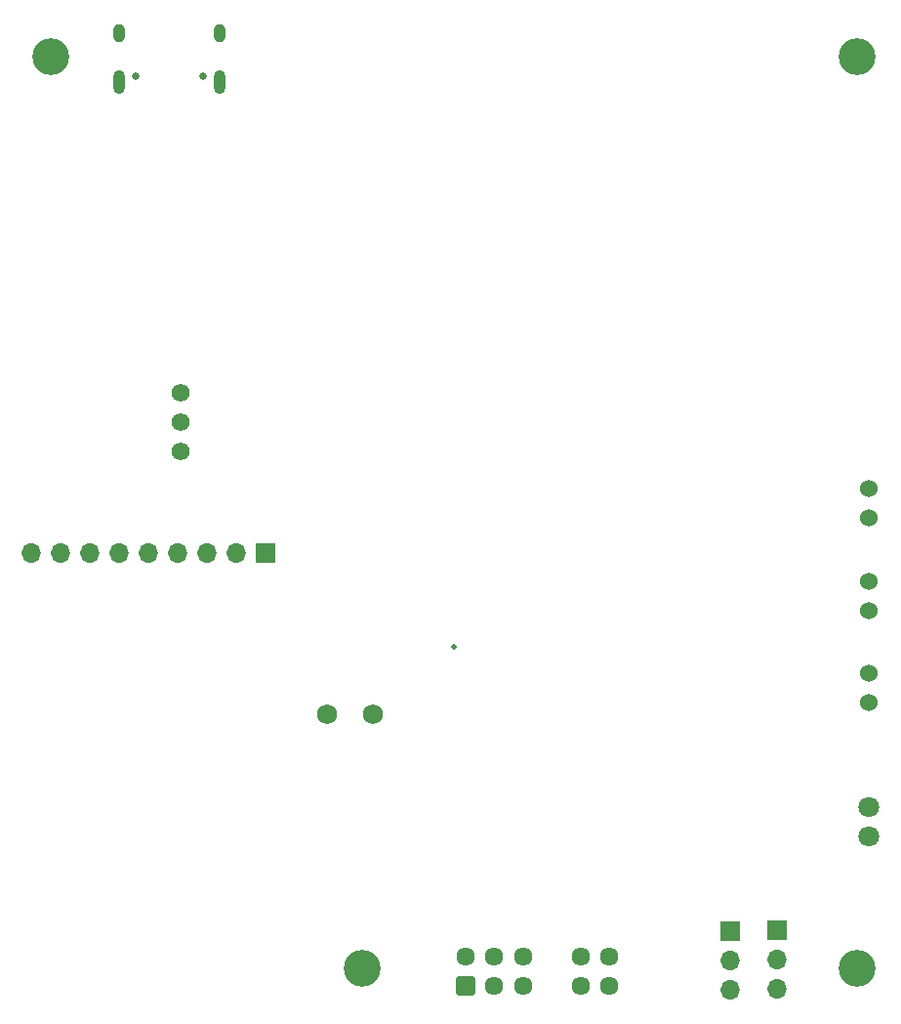
<source format=gbr>
%TF.GenerationSoftware,KiCad,Pcbnew,7.0.6*%
%TF.CreationDate,2023-11-17T16:50:28-08:00*%
%TF.ProjectId,Final_Project_4Layer,46696e61-6c5f-4507-926f-6a6563745f34,1.0*%
%TF.SameCoordinates,Original*%
%TF.FileFunction,Soldermask,Bot*%
%TF.FilePolarity,Negative*%
%FSLAX46Y46*%
G04 Gerber Fmt 4.6, Leading zero omitted, Abs format (unit mm)*
G04 Created by KiCad (PCBNEW 7.0.6) date 2023-11-17 16:50:28*
%MOMM*%
%LPD*%
G01*
G04 APERTURE LIST*
G04 Aperture macros list*
%AMRoundRect*
0 Rectangle with rounded corners*
0 $1 Rounding radius*
0 $2 $3 $4 $5 $6 $7 $8 $9 X,Y pos of 4 corners*
0 Add a 4 corners polygon primitive as box body*
4,1,4,$2,$3,$4,$5,$6,$7,$8,$9,$2,$3,0*
0 Add four circle primitives for the rounded corners*
1,1,$1+$1,$2,$3*
1,1,$1+$1,$4,$5*
1,1,$1+$1,$6,$7*
1,1,$1+$1,$8,$9*
0 Add four rect primitives between the rounded corners*
20,1,$1+$1,$2,$3,$4,$5,0*
20,1,$1+$1,$4,$5,$6,$7,0*
20,1,$1+$1,$6,$7,$8,$9,0*
20,1,$1+$1,$8,$9,$2,$3,0*%
G04 Aperture macros list end*
%ADD10O,1.700000X1.700000*%
%ADD11R,1.700000X1.700000*%
%ADD12C,1.574800*%
%ADD13C,3.200000*%
%ADD14C,1.524000*%
%ADD15C,0.650000*%
%ADD16O,1.000000X2.100000*%
%ADD17O,1.000000X1.600000*%
%ADD18C,0.500000*%
%ADD19RoundRect,0.102000X-0.704000X-0.704000X0.704000X-0.704000X0.704000X0.704000X-0.704000X0.704000X0*%
%ADD20C,1.612000*%
%ADD21C,1.734000*%
%ADD22C,1.803400*%
G04 APERTURE END LIST*
D10*
%TO.C,J5*%
X153340000Y-108000000D03*
X155880000Y-108000000D03*
X158420000Y-108000000D03*
X160960000Y-108000000D03*
X163500000Y-108000000D03*
X166040000Y-108000000D03*
X168580000Y-108000000D03*
X171120000Y-108000000D03*
D11*
X173660000Y-108000000D03*
%TD*%
D12*
%TO.C,J9*%
X166300000Y-94100000D03*
X166300000Y-96640000D03*
X166300000Y-99180000D03*
%TD*%
D11*
%TO.C,J7*%
X218000000Y-140720000D03*
D10*
X218000000Y-143260000D03*
X218000000Y-145800000D03*
%TD*%
D13*
%TO.C,H4*%
X182000000Y-144000000D03*
%TD*%
D14*
%TO.C,J3*%
X226000000Y-105000000D03*
X226000000Y-102460000D03*
%TD*%
D15*
%TO.C,J6*%
X168210000Y-66680000D03*
X162430000Y-66680000D03*
D16*
X169640000Y-67180000D03*
D17*
X169640000Y-63000000D03*
D16*
X161000000Y-67180000D03*
D17*
X161000000Y-63000000D03*
%TD*%
D11*
%TO.C,J10*%
X214000000Y-140775000D03*
D10*
X214000000Y-143315000D03*
X214000000Y-145855000D03*
%TD*%
D18*
%TO.C,MK1*%
X190000000Y-116100000D03*
%TD*%
D19*
%TO.C,S1*%
X191000000Y-145500000D03*
D20*
X193500000Y-145500000D03*
X196000000Y-145500000D03*
X201000000Y-145500000D03*
X203500000Y-145500000D03*
X203500000Y-143000000D03*
X201000000Y-143000000D03*
X196000000Y-143000000D03*
X193500000Y-143000000D03*
X191000000Y-143000000D03*
%TD*%
D21*
%TO.C,TP1*%
X183000000Y-122000000D03*
%TD*%
D14*
%TO.C,J8*%
X226000000Y-121000000D03*
X226000000Y-118460000D03*
%TD*%
%TO.C,J2*%
X226000000Y-113000000D03*
X226000000Y-110460000D03*
%TD*%
D21*
%TO.C,TP2*%
X179000000Y-122000000D03*
%TD*%
D13*
%TO.C,H2*%
X225000000Y-65000000D03*
%TD*%
%TO.C,H3*%
X225000000Y-144000000D03*
%TD*%
D22*
%TO.C,J12*%
X226000000Y-132540000D03*
X226000000Y-130000000D03*
%TD*%
D13*
%TO.C,H1*%
X155000000Y-65000000D03*
%TD*%
M02*

</source>
